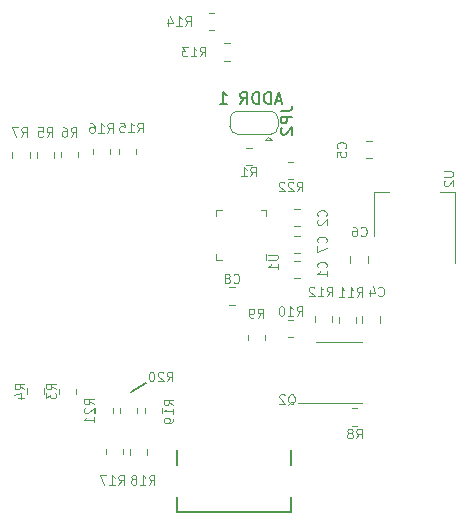
<source format=gbr>
%TF.GenerationSoftware,KiCad,Pcbnew,7.0.7-7.0.7~ubuntu23.04.1*%
%TF.CreationDate,2023-09-24T09:00:55+00:00*%
%TF.ProjectId,USBPDSINK01,55534250-4453-4494-9e4b-30312e6b6963,rev?*%
%TF.SameCoordinates,Original*%
%TF.FileFunction,Legend,Bot*%
%TF.FilePolarity,Positive*%
%FSLAX46Y46*%
G04 Gerber Fmt 4.6, Leading zero omitted, Abs format (unit mm)*
G04 Created by KiCad (PCBNEW 7.0.7-7.0.7~ubuntu23.04.1) date 2023-09-24 09:00:55*
%MOMM*%
%LPD*%
G01*
G04 APERTURE LIST*
%ADD10C,0.150000*%
%ADD11C,0.100000*%
%ADD12C,0.120000*%
%ADD13C,0.200000*%
G04 APERTURE END LIST*
D10*
X16650000Y15750000D02*
X17950000Y16500000D01*
X29410839Y40395896D02*
X28934649Y40395896D01*
X29506077Y40110181D02*
X29172744Y41110181D01*
X29172744Y41110181D02*
X28839411Y40110181D01*
X28506077Y40110181D02*
X28506077Y41110181D01*
X28506077Y41110181D02*
X28267982Y41110181D01*
X28267982Y41110181D02*
X28125125Y41062562D01*
X28125125Y41062562D02*
X28029887Y40967324D01*
X28029887Y40967324D02*
X27982268Y40872086D01*
X27982268Y40872086D02*
X27934649Y40681610D01*
X27934649Y40681610D02*
X27934649Y40538753D01*
X27934649Y40538753D02*
X27982268Y40348277D01*
X27982268Y40348277D02*
X28029887Y40253039D01*
X28029887Y40253039D02*
X28125125Y40157800D01*
X28125125Y40157800D02*
X28267982Y40110181D01*
X28267982Y40110181D02*
X28506077Y40110181D01*
X27506077Y40110181D02*
X27506077Y41110181D01*
X27506077Y41110181D02*
X27267982Y41110181D01*
X27267982Y41110181D02*
X27125125Y41062562D01*
X27125125Y41062562D02*
X27029887Y40967324D01*
X27029887Y40967324D02*
X26982268Y40872086D01*
X26982268Y40872086D02*
X26934649Y40681610D01*
X26934649Y40681610D02*
X26934649Y40538753D01*
X26934649Y40538753D02*
X26982268Y40348277D01*
X26982268Y40348277D02*
X27029887Y40253039D01*
X27029887Y40253039D02*
X27125125Y40157800D01*
X27125125Y40157800D02*
X27267982Y40110181D01*
X27267982Y40110181D02*
X27506077Y40110181D01*
X25934649Y40110181D02*
X26267982Y40586372D01*
X26506077Y40110181D02*
X26506077Y41110181D01*
X26506077Y41110181D02*
X26125125Y41110181D01*
X26125125Y41110181D02*
X26029887Y41062562D01*
X26029887Y41062562D02*
X25982268Y41014943D01*
X25982268Y41014943D02*
X25934649Y40919705D01*
X25934649Y40919705D02*
X25934649Y40776848D01*
X25934649Y40776848D02*
X25982268Y40681610D01*
X25982268Y40681610D02*
X26029887Y40633991D01*
X26029887Y40633991D02*
X26125125Y40586372D01*
X26125125Y40586372D02*
X26506077Y40586372D01*
X24220363Y40110181D02*
X24791791Y40110181D01*
X24506077Y40110181D02*
X24506077Y41110181D01*
X24506077Y41110181D02*
X24601315Y40967324D01*
X24601315Y40967324D02*
X24696553Y40872086D01*
X24696553Y40872086D02*
X24791791Y40824467D01*
D11*
X30714285Y22185105D02*
X30980952Y22566058D01*
X31171428Y22185105D02*
X31171428Y22985105D01*
X31171428Y22985105D02*
X30866666Y22985105D01*
X30866666Y22985105D02*
X30790476Y22947010D01*
X30790476Y22947010D02*
X30752381Y22908915D01*
X30752381Y22908915D02*
X30714285Y22832724D01*
X30714285Y22832724D02*
X30714285Y22718439D01*
X30714285Y22718439D02*
X30752381Y22642248D01*
X30752381Y22642248D02*
X30790476Y22604153D01*
X30790476Y22604153D02*
X30866666Y22566058D01*
X30866666Y22566058D02*
X31171428Y22566058D01*
X29952381Y22185105D02*
X30409524Y22185105D01*
X30180952Y22185105D02*
X30180952Y22985105D01*
X30180952Y22985105D02*
X30257143Y22870820D01*
X30257143Y22870820D02*
X30333333Y22794629D01*
X30333333Y22794629D02*
X30409524Y22756534D01*
X29457142Y22985105D02*
X29380952Y22985105D01*
X29380952Y22985105D02*
X29304761Y22947010D01*
X29304761Y22947010D02*
X29266666Y22908915D01*
X29266666Y22908915D02*
X29228571Y22832724D01*
X29228571Y22832724D02*
X29190476Y22680343D01*
X29190476Y22680343D02*
X29190476Y22489867D01*
X29190476Y22489867D02*
X29228571Y22337486D01*
X29228571Y22337486D02*
X29266666Y22261296D01*
X29266666Y22261296D02*
X29304761Y22223200D01*
X29304761Y22223200D02*
X29380952Y22185105D01*
X29380952Y22185105D02*
X29457142Y22185105D01*
X29457142Y22185105D02*
X29533333Y22223200D01*
X29533333Y22223200D02*
X29571428Y22261296D01*
X29571428Y22261296D02*
X29609523Y22337486D01*
X29609523Y22337486D02*
X29647619Y22489867D01*
X29647619Y22489867D02*
X29647619Y22680343D01*
X29647619Y22680343D02*
X29609523Y22832724D01*
X29609523Y22832724D02*
X29571428Y22908915D01*
X29571428Y22908915D02*
X29533333Y22947010D01*
X29533333Y22947010D02*
X29457142Y22985105D01*
X33264285Y23835105D02*
X33530952Y24216058D01*
X33721428Y23835105D02*
X33721428Y24635105D01*
X33721428Y24635105D02*
X33416666Y24635105D01*
X33416666Y24635105D02*
X33340476Y24597010D01*
X33340476Y24597010D02*
X33302381Y24558915D01*
X33302381Y24558915D02*
X33264285Y24482724D01*
X33264285Y24482724D02*
X33264285Y24368439D01*
X33264285Y24368439D02*
X33302381Y24292248D01*
X33302381Y24292248D02*
X33340476Y24254153D01*
X33340476Y24254153D02*
X33416666Y24216058D01*
X33416666Y24216058D02*
X33721428Y24216058D01*
X32502381Y23835105D02*
X32959524Y23835105D01*
X32730952Y23835105D02*
X32730952Y24635105D01*
X32730952Y24635105D02*
X32807143Y24520820D01*
X32807143Y24520820D02*
X32883333Y24444629D01*
X32883333Y24444629D02*
X32959524Y24406534D01*
X32197619Y24558915D02*
X32159523Y24597010D01*
X32159523Y24597010D02*
X32083333Y24635105D01*
X32083333Y24635105D02*
X31892857Y24635105D01*
X31892857Y24635105D02*
X31816666Y24597010D01*
X31816666Y24597010D02*
X31778571Y24558915D01*
X31778571Y24558915D02*
X31740476Y24482724D01*
X31740476Y24482724D02*
X31740476Y24406534D01*
X31740476Y24406534D02*
X31778571Y24292248D01*
X31778571Y24292248D02*
X32235714Y23835105D01*
X32235714Y23835105D02*
X31740476Y23835105D01*
X34838704Y36363333D02*
X34876800Y36401429D01*
X34876800Y36401429D02*
X34914895Y36515714D01*
X34914895Y36515714D02*
X34914895Y36591905D01*
X34914895Y36591905D02*
X34876800Y36706191D01*
X34876800Y36706191D02*
X34800609Y36782381D01*
X34800609Y36782381D02*
X34724419Y36820476D01*
X34724419Y36820476D02*
X34572038Y36858572D01*
X34572038Y36858572D02*
X34457752Y36858572D01*
X34457752Y36858572D02*
X34305371Y36820476D01*
X34305371Y36820476D02*
X34229180Y36782381D01*
X34229180Y36782381D02*
X34152990Y36706191D01*
X34152990Y36706191D02*
X34114895Y36591905D01*
X34114895Y36591905D02*
X34114895Y36515714D01*
X34114895Y36515714D02*
X34152990Y36401429D01*
X34152990Y36401429D02*
X34191085Y36363333D01*
X34114895Y35639524D02*
X34114895Y36020476D01*
X34114895Y36020476D02*
X34495847Y36058572D01*
X34495847Y36058572D02*
X34457752Y36020476D01*
X34457752Y36020476D02*
X34419657Y35944286D01*
X34419657Y35944286D02*
X34419657Y35753810D01*
X34419657Y35753810D02*
X34457752Y35677619D01*
X34457752Y35677619D02*
X34495847Y35639524D01*
X34495847Y35639524D02*
X34572038Y35601429D01*
X34572038Y35601429D02*
X34762514Y35601429D01*
X34762514Y35601429D02*
X34838704Y35639524D01*
X34838704Y35639524D02*
X34876800Y35677619D01*
X34876800Y35677619D02*
X34914895Y35753810D01*
X34914895Y35753810D02*
X34914895Y35944286D01*
X34914895Y35944286D02*
X34876800Y36020476D01*
X34876800Y36020476D02*
X34838704Y36058572D01*
X35745832Y11785105D02*
X36012499Y12166058D01*
X36202975Y11785105D02*
X36202975Y12585105D01*
X36202975Y12585105D02*
X35898213Y12585105D01*
X35898213Y12585105D02*
X35822023Y12547010D01*
X35822023Y12547010D02*
X35783928Y12508915D01*
X35783928Y12508915D02*
X35745832Y12432724D01*
X35745832Y12432724D02*
X35745832Y12318439D01*
X35745832Y12318439D02*
X35783928Y12242248D01*
X35783928Y12242248D02*
X35822023Y12204153D01*
X35822023Y12204153D02*
X35898213Y12166058D01*
X35898213Y12166058D02*
X36202975Y12166058D01*
X35288690Y12242248D02*
X35364880Y12280343D01*
X35364880Y12280343D02*
X35402975Y12318439D01*
X35402975Y12318439D02*
X35441071Y12394629D01*
X35441071Y12394629D02*
X35441071Y12432724D01*
X35441071Y12432724D02*
X35402975Y12508915D01*
X35402975Y12508915D02*
X35364880Y12547010D01*
X35364880Y12547010D02*
X35288690Y12585105D01*
X35288690Y12585105D02*
X35136309Y12585105D01*
X35136309Y12585105D02*
X35060118Y12547010D01*
X35060118Y12547010D02*
X35022023Y12508915D01*
X35022023Y12508915D02*
X34983928Y12432724D01*
X34983928Y12432724D02*
X34983928Y12394629D01*
X34983928Y12394629D02*
X35022023Y12318439D01*
X35022023Y12318439D02*
X35060118Y12280343D01*
X35060118Y12280343D02*
X35136309Y12242248D01*
X35136309Y12242248D02*
X35288690Y12242248D01*
X35288690Y12242248D02*
X35364880Y12204153D01*
X35364880Y12204153D02*
X35402975Y12166058D01*
X35402975Y12166058D02*
X35441071Y12089867D01*
X35441071Y12089867D02*
X35441071Y11937486D01*
X35441071Y11937486D02*
X35402975Y11861296D01*
X35402975Y11861296D02*
X35364880Y11823200D01*
X35364880Y11823200D02*
X35288690Y11785105D01*
X35288690Y11785105D02*
X35136309Y11785105D01*
X35136309Y11785105D02*
X35060118Y11823200D01*
X35060118Y11823200D02*
X35022023Y11861296D01*
X35022023Y11861296D02*
X34983928Y11937486D01*
X34983928Y11937486D02*
X34983928Y12089867D01*
X34983928Y12089867D02*
X35022023Y12166058D01*
X35022023Y12166058D02*
X35060118Y12204153D01*
X35060118Y12204153D02*
X35136309Y12242248D01*
X30726785Y32715105D02*
X30993452Y33096058D01*
X31183928Y32715105D02*
X31183928Y33515105D01*
X31183928Y33515105D02*
X30879166Y33515105D01*
X30879166Y33515105D02*
X30802976Y33477010D01*
X30802976Y33477010D02*
X30764881Y33438915D01*
X30764881Y33438915D02*
X30726785Y33362724D01*
X30726785Y33362724D02*
X30726785Y33248439D01*
X30726785Y33248439D02*
X30764881Y33172248D01*
X30764881Y33172248D02*
X30802976Y33134153D01*
X30802976Y33134153D02*
X30879166Y33096058D01*
X30879166Y33096058D02*
X31183928Y33096058D01*
X30422024Y33438915D02*
X30383928Y33477010D01*
X30383928Y33477010D02*
X30307738Y33515105D01*
X30307738Y33515105D02*
X30117262Y33515105D01*
X30117262Y33515105D02*
X30041071Y33477010D01*
X30041071Y33477010D02*
X30002976Y33438915D01*
X30002976Y33438915D02*
X29964881Y33362724D01*
X29964881Y33362724D02*
X29964881Y33286534D01*
X29964881Y33286534D02*
X30002976Y33172248D01*
X30002976Y33172248D02*
X30460119Y32715105D01*
X30460119Y32715105D02*
X29964881Y32715105D01*
X29660119Y33438915D02*
X29622023Y33477010D01*
X29622023Y33477010D02*
X29545833Y33515105D01*
X29545833Y33515105D02*
X29355357Y33515105D01*
X29355357Y33515105D02*
X29279166Y33477010D01*
X29279166Y33477010D02*
X29241071Y33438915D01*
X29241071Y33438915D02*
X29202976Y33362724D01*
X29202976Y33362724D02*
X29202976Y33286534D01*
X29202976Y33286534D02*
X29241071Y33172248D01*
X29241071Y33172248D02*
X29698214Y32715105D01*
X29698214Y32715105D02*
X29202976Y32715105D01*
X36133332Y28971296D02*
X36171428Y28933200D01*
X36171428Y28933200D02*
X36285713Y28895105D01*
X36285713Y28895105D02*
X36361904Y28895105D01*
X36361904Y28895105D02*
X36476190Y28933200D01*
X36476190Y28933200D02*
X36552380Y29009391D01*
X36552380Y29009391D02*
X36590475Y29085581D01*
X36590475Y29085581D02*
X36628571Y29237962D01*
X36628571Y29237962D02*
X36628571Y29352248D01*
X36628571Y29352248D02*
X36590475Y29504629D01*
X36590475Y29504629D02*
X36552380Y29580820D01*
X36552380Y29580820D02*
X36476190Y29657010D01*
X36476190Y29657010D02*
X36361904Y29695105D01*
X36361904Y29695105D02*
X36285713Y29695105D01*
X36285713Y29695105D02*
X36171428Y29657010D01*
X36171428Y29657010D02*
X36133332Y29618915D01*
X35447618Y29695105D02*
X35599999Y29695105D01*
X35599999Y29695105D02*
X35676190Y29657010D01*
X35676190Y29657010D02*
X35714285Y29618915D01*
X35714285Y29618915D02*
X35790475Y29504629D01*
X35790475Y29504629D02*
X35828571Y29352248D01*
X35828571Y29352248D02*
X35828571Y29047486D01*
X35828571Y29047486D02*
X35790475Y28971296D01*
X35790475Y28971296D02*
X35752380Y28933200D01*
X35752380Y28933200D02*
X35676190Y28895105D01*
X35676190Y28895105D02*
X35523809Y28895105D01*
X35523809Y28895105D02*
X35447618Y28933200D01*
X35447618Y28933200D02*
X35409523Y28971296D01*
X35409523Y28971296D02*
X35371428Y29047486D01*
X35371428Y29047486D02*
X35371428Y29237962D01*
X35371428Y29237962D02*
X35409523Y29314153D01*
X35409523Y29314153D02*
X35447618Y29352248D01*
X35447618Y29352248D02*
X35523809Y29390343D01*
X35523809Y29390343D02*
X35676190Y29390343D01*
X35676190Y29390343D02*
X35752380Y29352248D01*
X35752380Y29352248D02*
X35790475Y29314153D01*
X35790475Y29314153D02*
X35828571Y29237962D01*
X29976190Y14638915D02*
X30052380Y14677010D01*
X30052380Y14677010D02*
X30128571Y14753200D01*
X30128571Y14753200D02*
X30242857Y14867486D01*
X30242857Y14867486D02*
X30319047Y14905581D01*
X30319047Y14905581D02*
X30395238Y14905581D01*
X30357142Y14715105D02*
X30433333Y14753200D01*
X30433333Y14753200D02*
X30509523Y14829391D01*
X30509523Y14829391D02*
X30547619Y14981772D01*
X30547619Y14981772D02*
X30547619Y15248439D01*
X30547619Y15248439D02*
X30509523Y15400820D01*
X30509523Y15400820D02*
X30433333Y15477010D01*
X30433333Y15477010D02*
X30357142Y15515105D01*
X30357142Y15515105D02*
X30204761Y15515105D01*
X30204761Y15515105D02*
X30128571Y15477010D01*
X30128571Y15477010D02*
X30052380Y15400820D01*
X30052380Y15400820D02*
X30014285Y15248439D01*
X30014285Y15248439D02*
X30014285Y14981772D01*
X30014285Y14981772D02*
X30052380Y14829391D01*
X30052380Y14829391D02*
X30128571Y14753200D01*
X30128571Y14753200D02*
X30204761Y14715105D01*
X30204761Y14715105D02*
X30357142Y14715105D01*
X29709524Y15438915D02*
X29671428Y15477010D01*
X29671428Y15477010D02*
X29595238Y15515105D01*
X29595238Y15515105D02*
X29404762Y15515105D01*
X29404762Y15515105D02*
X29328571Y15477010D01*
X29328571Y15477010D02*
X29290476Y15438915D01*
X29290476Y15438915D02*
X29252381Y15362724D01*
X29252381Y15362724D02*
X29252381Y15286534D01*
X29252381Y15286534D02*
X29290476Y15172248D01*
X29290476Y15172248D02*
X29747619Y14715105D01*
X29747619Y14715105D02*
X29252381Y14715105D01*
X33188704Y30613333D02*
X33226800Y30651429D01*
X33226800Y30651429D02*
X33264895Y30765714D01*
X33264895Y30765714D02*
X33264895Y30841905D01*
X33264895Y30841905D02*
X33226800Y30956191D01*
X33226800Y30956191D02*
X33150609Y31032381D01*
X33150609Y31032381D02*
X33074419Y31070476D01*
X33074419Y31070476D02*
X32922038Y31108572D01*
X32922038Y31108572D02*
X32807752Y31108572D01*
X32807752Y31108572D02*
X32655371Y31070476D01*
X32655371Y31070476D02*
X32579180Y31032381D01*
X32579180Y31032381D02*
X32502990Y30956191D01*
X32502990Y30956191D02*
X32464895Y30841905D01*
X32464895Y30841905D02*
X32464895Y30765714D01*
X32464895Y30765714D02*
X32502990Y30651429D01*
X32502990Y30651429D02*
X32541085Y30613333D01*
X32541085Y30308572D02*
X32502990Y30270476D01*
X32502990Y30270476D02*
X32464895Y30194286D01*
X32464895Y30194286D02*
X32464895Y30003810D01*
X32464895Y30003810D02*
X32502990Y29927619D01*
X32502990Y29927619D02*
X32541085Y29889524D01*
X32541085Y29889524D02*
X32617276Y29851429D01*
X32617276Y29851429D02*
X32693466Y29851429D01*
X32693466Y29851429D02*
X32807752Y29889524D01*
X32807752Y29889524D02*
X33264895Y30346667D01*
X33264895Y30346667D02*
X33264895Y29851429D01*
X43164895Y34389524D02*
X43812514Y34389524D01*
X43812514Y34389524D02*
X43888704Y34351429D01*
X43888704Y34351429D02*
X43926800Y34313334D01*
X43926800Y34313334D02*
X43964895Y34237143D01*
X43964895Y34237143D02*
X43964895Y34084762D01*
X43964895Y34084762D02*
X43926800Y34008572D01*
X43926800Y34008572D02*
X43888704Y33970477D01*
X43888704Y33970477D02*
X43812514Y33932381D01*
X43812514Y33932381D02*
X43164895Y33932381D01*
X43241085Y33589525D02*
X43202990Y33551429D01*
X43202990Y33551429D02*
X43164895Y33475239D01*
X43164895Y33475239D02*
X43164895Y33284763D01*
X43164895Y33284763D02*
X43202990Y33208572D01*
X43202990Y33208572D02*
X43241085Y33170477D01*
X43241085Y33170477D02*
X43317276Y33132382D01*
X43317276Y33132382D02*
X43393466Y33132382D01*
X43393466Y33132382D02*
X43507752Y33170477D01*
X43507752Y33170477D02*
X43964895Y33627620D01*
X43964895Y33627620D02*
X43964895Y33132382D01*
X25363332Y24991296D02*
X25401428Y24953200D01*
X25401428Y24953200D02*
X25515713Y24915105D01*
X25515713Y24915105D02*
X25591904Y24915105D01*
X25591904Y24915105D02*
X25706190Y24953200D01*
X25706190Y24953200D02*
X25782380Y25029391D01*
X25782380Y25029391D02*
X25820475Y25105581D01*
X25820475Y25105581D02*
X25858571Y25257962D01*
X25858571Y25257962D02*
X25858571Y25372248D01*
X25858571Y25372248D02*
X25820475Y25524629D01*
X25820475Y25524629D02*
X25782380Y25600820D01*
X25782380Y25600820D02*
X25706190Y25677010D01*
X25706190Y25677010D02*
X25591904Y25715105D01*
X25591904Y25715105D02*
X25515713Y25715105D01*
X25515713Y25715105D02*
X25401428Y25677010D01*
X25401428Y25677010D02*
X25363332Y25638915D01*
X24906190Y25372248D02*
X24982380Y25410343D01*
X24982380Y25410343D02*
X25020475Y25448439D01*
X25020475Y25448439D02*
X25058571Y25524629D01*
X25058571Y25524629D02*
X25058571Y25562724D01*
X25058571Y25562724D02*
X25020475Y25638915D01*
X25020475Y25638915D02*
X24982380Y25677010D01*
X24982380Y25677010D02*
X24906190Y25715105D01*
X24906190Y25715105D02*
X24753809Y25715105D01*
X24753809Y25715105D02*
X24677618Y25677010D01*
X24677618Y25677010D02*
X24639523Y25638915D01*
X24639523Y25638915D02*
X24601428Y25562724D01*
X24601428Y25562724D02*
X24601428Y25524629D01*
X24601428Y25524629D02*
X24639523Y25448439D01*
X24639523Y25448439D02*
X24677618Y25410343D01*
X24677618Y25410343D02*
X24753809Y25372248D01*
X24753809Y25372248D02*
X24906190Y25372248D01*
X24906190Y25372248D02*
X24982380Y25334153D01*
X24982380Y25334153D02*
X25020475Y25296058D01*
X25020475Y25296058D02*
X25058571Y25219867D01*
X25058571Y25219867D02*
X25058571Y25067486D01*
X25058571Y25067486D02*
X25020475Y24991296D01*
X25020475Y24991296D02*
X24982380Y24953200D01*
X24982380Y24953200D02*
X24906190Y24915105D01*
X24906190Y24915105D02*
X24753809Y24915105D01*
X24753809Y24915105D02*
X24677618Y24953200D01*
X24677618Y24953200D02*
X24639523Y24991296D01*
X24639523Y24991296D02*
X24601428Y25067486D01*
X24601428Y25067486D02*
X24601428Y25219867D01*
X24601428Y25219867D02*
X24639523Y25296058D01*
X24639523Y25296058D02*
X24677618Y25334153D01*
X24677618Y25334153D02*
X24753809Y25372248D01*
X14664285Y37685105D02*
X14930952Y38066058D01*
X15121428Y37685105D02*
X15121428Y38485105D01*
X15121428Y38485105D02*
X14816666Y38485105D01*
X14816666Y38485105D02*
X14740476Y38447010D01*
X14740476Y38447010D02*
X14702381Y38408915D01*
X14702381Y38408915D02*
X14664285Y38332724D01*
X14664285Y38332724D02*
X14664285Y38218439D01*
X14664285Y38218439D02*
X14702381Y38142248D01*
X14702381Y38142248D02*
X14740476Y38104153D01*
X14740476Y38104153D02*
X14816666Y38066058D01*
X14816666Y38066058D02*
X15121428Y38066058D01*
X13902381Y37685105D02*
X14359524Y37685105D01*
X14130952Y37685105D02*
X14130952Y38485105D01*
X14130952Y38485105D02*
X14207143Y38370820D01*
X14207143Y38370820D02*
X14283333Y38294629D01*
X14283333Y38294629D02*
X14359524Y38256534D01*
X13216666Y38485105D02*
X13369047Y38485105D01*
X13369047Y38485105D02*
X13445238Y38447010D01*
X13445238Y38447010D02*
X13483333Y38408915D01*
X13483333Y38408915D02*
X13559523Y38294629D01*
X13559523Y38294629D02*
X13597619Y38142248D01*
X13597619Y38142248D02*
X13597619Y37837486D01*
X13597619Y37837486D02*
X13559523Y37761296D01*
X13559523Y37761296D02*
X13521428Y37723200D01*
X13521428Y37723200D02*
X13445238Y37685105D01*
X13445238Y37685105D02*
X13292857Y37685105D01*
X13292857Y37685105D02*
X13216666Y37723200D01*
X13216666Y37723200D02*
X13178571Y37761296D01*
X13178571Y37761296D02*
X13140476Y37837486D01*
X13140476Y37837486D02*
X13140476Y38027962D01*
X13140476Y38027962D02*
X13178571Y38104153D01*
X13178571Y38104153D02*
X13216666Y38142248D01*
X13216666Y38142248D02*
X13292857Y38180343D01*
X13292857Y38180343D02*
X13445238Y38180343D01*
X13445238Y38180343D02*
X13521428Y38142248D01*
X13521428Y38142248D02*
X13559523Y38104153D01*
X13559523Y38104153D02*
X13597619Y38027962D01*
X27433332Y21985105D02*
X27699999Y22366058D01*
X27890475Y21985105D02*
X27890475Y22785105D01*
X27890475Y22785105D02*
X27585713Y22785105D01*
X27585713Y22785105D02*
X27509523Y22747010D01*
X27509523Y22747010D02*
X27471428Y22708915D01*
X27471428Y22708915D02*
X27433332Y22632724D01*
X27433332Y22632724D02*
X27433332Y22518439D01*
X27433332Y22518439D02*
X27471428Y22442248D01*
X27471428Y22442248D02*
X27509523Y22404153D01*
X27509523Y22404153D02*
X27585713Y22366058D01*
X27585713Y22366058D02*
X27890475Y22366058D01*
X27052380Y21985105D02*
X26899999Y21985105D01*
X26899999Y21985105D02*
X26823809Y22023200D01*
X26823809Y22023200D02*
X26785713Y22061296D01*
X26785713Y22061296D02*
X26709523Y22175581D01*
X26709523Y22175581D02*
X26671428Y22327962D01*
X26671428Y22327962D02*
X26671428Y22632724D01*
X26671428Y22632724D02*
X26709523Y22708915D01*
X26709523Y22708915D02*
X26747618Y22747010D01*
X26747618Y22747010D02*
X26823809Y22785105D01*
X26823809Y22785105D02*
X26976190Y22785105D01*
X26976190Y22785105D02*
X27052380Y22747010D01*
X27052380Y22747010D02*
X27090475Y22708915D01*
X27090475Y22708915D02*
X27128571Y22632724D01*
X27128571Y22632724D02*
X27128571Y22442248D01*
X27128571Y22442248D02*
X27090475Y22366058D01*
X27090475Y22366058D02*
X27052380Y22327962D01*
X27052380Y22327962D02*
X26976190Y22289867D01*
X26976190Y22289867D02*
X26823809Y22289867D01*
X26823809Y22289867D02*
X26747618Y22327962D01*
X26747618Y22327962D02*
X26709523Y22366058D01*
X26709523Y22366058D02*
X26671428Y22442248D01*
X11583332Y37335105D02*
X11849999Y37716058D01*
X12040475Y37335105D02*
X12040475Y38135105D01*
X12040475Y38135105D02*
X11735713Y38135105D01*
X11735713Y38135105D02*
X11659523Y38097010D01*
X11659523Y38097010D02*
X11621428Y38058915D01*
X11621428Y38058915D02*
X11583332Y37982724D01*
X11583332Y37982724D02*
X11583332Y37868439D01*
X11583332Y37868439D02*
X11621428Y37792248D01*
X11621428Y37792248D02*
X11659523Y37754153D01*
X11659523Y37754153D02*
X11735713Y37716058D01*
X11735713Y37716058D02*
X12040475Y37716058D01*
X10897618Y38135105D02*
X11049999Y38135105D01*
X11049999Y38135105D02*
X11126190Y38097010D01*
X11126190Y38097010D02*
X11164285Y38058915D01*
X11164285Y38058915D02*
X11240475Y37944629D01*
X11240475Y37944629D02*
X11278571Y37792248D01*
X11278571Y37792248D02*
X11278571Y37487486D01*
X11278571Y37487486D02*
X11240475Y37411296D01*
X11240475Y37411296D02*
X11202380Y37373200D01*
X11202380Y37373200D02*
X11126190Y37335105D01*
X11126190Y37335105D02*
X10973809Y37335105D01*
X10973809Y37335105D02*
X10897618Y37373200D01*
X10897618Y37373200D02*
X10859523Y37411296D01*
X10859523Y37411296D02*
X10821428Y37487486D01*
X10821428Y37487486D02*
X10821428Y37677962D01*
X10821428Y37677962D02*
X10859523Y37754153D01*
X10859523Y37754153D02*
X10897618Y37792248D01*
X10897618Y37792248D02*
X10973809Y37830343D01*
X10973809Y37830343D02*
X11126190Y37830343D01*
X11126190Y37830343D02*
X11202380Y37792248D01*
X11202380Y37792248D02*
X11240475Y37754153D01*
X11240475Y37754153D02*
X11278571Y37677962D01*
X33188704Y26263333D02*
X33226800Y26301429D01*
X33226800Y26301429D02*
X33264895Y26415714D01*
X33264895Y26415714D02*
X33264895Y26491905D01*
X33264895Y26491905D02*
X33226800Y26606191D01*
X33226800Y26606191D02*
X33150609Y26682381D01*
X33150609Y26682381D02*
X33074419Y26720476D01*
X33074419Y26720476D02*
X32922038Y26758572D01*
X32922038Y26758572D02*
X32807752Y26758572D01*
X32807752Y26758572D02*
X32655371Y26720476D01*
X32655371Y26720476D02*
X32579180Y26682381D01*
X32579180Y26682381D02*
X32502990Y26606191D01*
X32502990Y26606191D02*
X32464895Y26491905D01*
X32464895Y26491905D02*
X32464895Y26415714D01*
X32464895Y26415714D02*
X32502990Y26301429D01*
X32502990Y26301429D02*
X32541085Y26263333D01*
X33264895Y25501429D02*
X33264895Y25958572D01*
X33264895Y25730000D02*
X32464895Y25730000D01*
X32464895Y25730000D02*
X32579180Y25806191D01*
X32579180Y25806191D02*
X32655371Y25882381D01*
X32655371Y25882381D02*
X32693466Y25958572D01*
X19714285Y16635105D02*
X19980952Y17016058D01*
X20171428Y16635105D02*
X20171428Y17435105D01*
X20171428Y17435105D02*
X19866666Y17435105D01*
X19866666Y17435105D02*
X19790476Y17397010D01*
X19790476Y17397010D02*
X19752381Y17358915D01*
X19752381Y17358915D02*
X19714285Y17282724D01*
X19714285Y17282724D02*
X19714285Y17168439D01*
X19714285Y17168439D02*
X19752381Y17092248D01*
X19752381Y17092248D02*
X19790476Y17054153D01*
X19790476Y17054153D02*
X19866666Y17016058D01*
X19866666Y17016058D02*
X20171428Y17016058D01*
X19409524Y17358915D02*
X19371428Y17397010D01*
X19371428Y17397010D02*
X19295238Y17435105D01*
X19295238Y17435105D02*
X19104762Y17435105D01*
X19104762Y17435105D02*
X19028571Y17397010D01*
X19028571Y17397010D02*
X18990476Y17358915D01*
X18990476Y17358915D02*
X18952381Y17282724D01*
X18952381Y17282724D02*
X18952381Y17206534D01*
X18952381Y17206534D02*
X18990476Y17092248D01*
X18990476Y17092248D02*
X19447619Y16635105D01*
X19447619Y16635105D02*
X18952381Y16635105D01*
X18457142Y17435105D02*
X18380952Y17435105D01*
X18380952Y17435105D02*
X18304761Y17397010D01*
X18304761Y17397010D02*
X18266666Y17358915D01*
X18266666Y17358915D02*
X18228571Y17282724D01*
X18228571Y17282724D02*
X18190476Y17130343D01*
X18190476Y17130343D02*
X18190476Y16939867D01*
X18190476Y16939867D02*
X18228571Y16787486D01*
X18228571Y16787486D02*
X18266666Y16711296D01*
X18266666Y16711296D02*
X18304761Y16673200D01*
X18304761Y16673200D02*
X18380952Y16635105D01*
X18380952Y16635105D02*
X18457142Y16635105D01*
X18457142Y16635105D02*
X18533333Y16673200D01*
X18533333Y16673200D02*
X18571428Y16711296D01*
X18571428Y16711296D02*
X18609523Y16787486D01*
X18609523Y16787486D02*
X18647619Y16939867D01*
X18647619Y16939867D02*
X18647619Y17130343D01*
X18647619Y17130343D02*
X18609523Y17282724D01*
X18609523Y17282724D02*
X18571428Y17358915D01*
X18571428Y17358915D02*
X18533333Y17397010D01*
X18533333Y17397010D02*
X18457142Y17435105D01*
X18214285Y7885105D02*
X18480952Y8266058D01*
X18671428Y7885105D02*
X18671428Y8685105D01*
X18671428Y8685105D02*
X18366666Y8685105D01*
X18366666Y8685105D02*
X18290476Y8647010D01*
X18290476Y8647010D02*
X18252381Y8608915D01*
X18252381Y8608915D02*
X18214285Y8532724D01*
X18214285Y8532724D02*
X18214285Y8418439D01*
X18214285Y8418439D02*
X18252381Y8342248D01*
X18252381Y8342248D02*
X18290476Y8304153D01*
X18290476Y8304153D02*
X18366666Y8266058D01*
X18366666Y8266058D02*
X18671428Y8266058D01*
X17452381Y7885105D02*
X17909524Y7885105D01*
X17680952Y7885105D02*
X17680952Y8685105D01*
X17680952Y8685105D02*
X17757143Y8570820D01*
X17757143Y8570820D02*
X17833333Y8494629D01*
X17833333Y8494629D02*
X17909524Y8456534D01*
X16995238Y8342248D02*
X17071428Y8380343D01*
X17071428Y8380343D02*
X17109523Y8418439D01*
X17109523Y8418439D02*
X17147619Y8494629D01*
X17147619Y8494629D02*
X17147619Y8532724D01*
X17147619Y8532724D02*
X17109523Y8608915D01*
X17109523Y8608915D02*
X17071428Y8647010D01*
X17071428Y8647010D02*
X16995238Y8685105D01*
X16995238Y8685105D02*
X16842857Y8685105D01*
X16842857Y8685105D02*
X16766666Y8647010D01*
X16766666Y8647010D02*
X16728571Y8608915D01*
X16728571Y8608915D02*
X16690476Y8532724D01*
X16690476Y8532724D02*
X16690476Y8494629D01*
X16690476Y8494629D02*
X16728571Y8418439D01*
X16728571Y8418439D02*
X16766666Y8380343D01*
X16766666Y8380343D02*
X16842857Y8342248D01*
X16842857Y8342248D02*
X16995238Y8342248D01*
X16995238Y8342248D02*
X17071428Y8304153D01*
X17071428Y8304153D02*
X17109523Y8266058D01*
X17109523Y8266058D02*
X17147619Y8189867D01*
X17147619Y8189867D02*
X17147619Y8037486D01*
X17147619Y8037486D02*
X17109523Y7961296D01*
X17109523Y7961296D02*
X17071428Y7923200D01*
X17071428Y7923200D02*
X16995238Y7885105D01*
X16995238Y7885105D02*
X16842857Y7885105D01*
X16842857Y7885105D02*
X16766666Y7923200D01*
X16766666Y7923200D02*
X16728571Y7961296D01*
X16728571Y7961296D02*
X16690476Y8037486D01*
X16690476Y8037486D02*
X16690476Y8189867D01*
X16690476Y8189867D02*
X16728571Y8266058D01*
X16728571Y8266058D02*
X16766666Y8304153D01*
X16766666Y8304153D02*
X16842857Y8342248D01*
X22514285Y44135105D02*
X22780952Y44516058D01*
X22971428Y44135105D02*
X22971428Y44935105D01*
X22971428Y44935105D02*
X22666666Y44935105D01*
X22666666Y44935105D02*
X22590476Y44897010D01*
X22590476Y44897010D02*
X22552381Y44858915D01*
X22552381Y44858915D02*
X22514285Y44782724D01*
X22514285Y44782724D02*
X22514285Y44668439D01*
X22514285Y44668439D02*
X22552381Y44592248D01*
X22552381Y44592248D02*
X22590476Y44554153D01*
X22590476Y44554153D02*
X22666666Y44516058D01*
X22666666Y44516058D02*
X22971428Y44516058D01*
X21752381Y44135105D02*
X22209524Y44135105D01*
X21980952Y44135105D02*
X21980952Y44935105D01*
X21980952Y44935105D02*
X22057143Y44820820D01*
X22057143Y44820820D02*
X22133333Y44744629D01*
X22133333Y44744629D02*
X22209524Y44706534D01*
X21485714Y44935105D02*
X20990476Y44935105D01*
X20990476Y44935105D02*
X21257142Y44630343D01*
X21257142Y44630343D02*
X21142857Y44630343D01*
X21142857Y44630343D02*
X21066666Y44592248D01*
X21066666Y44592248D02*
X21028571Y44554153D01*
X21028571Y44554153D02*
X20990476Y44477962D01*
X20990476Y44477962D02*
X20990476Y44287486D01*
X20990476Y44287486D02*
X21028571Y44211296D01*
X21028571Y44211296D02*
X21066666Y44173200D01*
X21066666Y44173200D02*
X21142857Y44135105D01*
X21142857Y44135105D02*
X21371428Y44135105D01*
X21371428Y44135105D02*
X21447619Y44173200D01*
X21447619Y44173200D02*
X21485714Y44211296D01*
X10324895Y15933333D02*
X9943942Y16200000D01*
X10324895Y16390476D02*
X9524895Y16390476D01*
X9524895Y16390476D02*
X9524895Y16085714D01*
X9524895Y16085714D02*
X9562990Y16009524D01*
X9562990Y16009524D02*
X9601085Y15971429D01*
X9601085Y15971429D02*
X9677276Y15933333D01*
X9677276Y15933333D02*
X9791561Y15933333D01*
X9791561Y15933333D02*
X9867752Y15971429D01*
X9867752Y15971429D02*
X9905847Y16009524D01*
X9905847Y16009524D02*
X9943942Y16085714D01*
X9943942Y16085714D02*
X9943942Y16390476D01*
X9524895Y15666667D02*
X9524895Y15171429D01*
X9524895Y15171429D02*
X9829657Y15438095D01*
X9829657Y15438095D02*
X9829657Y15323810D01*
X9829657Y15323810D02*
X9867752Y15247619D01*
X9867752Y15247619D02*
X9905847Y15209524D01*
X9905847Y15209524D02*
X9982038Y15171429D01*
X9982038Y15171429D02*
X10172514Y15171429D01*
X10172514Y15171429D02*
X10248704Y15209524D01*
X10248704Y15209524D02*
X10286800Y15247619D01*
X10286800Y15247619D02*
X10324895Y15323810D01*
X10324895Y15323810D02*
X10324895Y15552381D01*
X10324895Y15552381D02*
X10286800Y15628572D01*
X10286800Y15628572D02*
X10248704Y15666667D01*
X28314895Y27359524D02*
X28962514Y27359524D01*
X28962514Y27359524D02*
X29038704Y27321429D01*
X29038704Y27321429D02*
X29076800Y27283334D01*
X29076800Y27283334D02*
X29114895Y27207143D01*
X29114895Y27207143D02*
X29114895Y27054762D01*
X29114895Y27054762D02*
X29076800Y26978572D01*
X29076800Y26978572D02*
X29038704Y26940477D01*
X29038704Y26940477D02*
X28962514Y26902381D01*
X28962514Y26902381D02*
X28314895Y26902381D01*
X29114895Y26102382D02*
X29114895Y26559525D01*
X29114895Y26330953D02*
X28314895Y26330953D01*
X28314895Y26330953D02*
X28429180Y26407144D01*
X28429180Y26407144D02*
X28505371Y26483334D01*
X28505371Y26483334D02*
X28543466Y26559525D01*
X15614285Y7885105D02*
X15880952Y8266058D01*
X16071428Y7885105D02*
X16071428Y8685105D01*
X16071428Y8685105D02*
X15766666Y8685105D01*
X15766666Y8685105D02*
X15690476Y8647010D01*
X15690476Y8647010D02*
X15652381Y8608915D01*
X15652381Y8608915D02*
X15614285Y8532724D01*
X15614285Y8532724D02*
X15614285Y8418439D01*
X15614285Y8418439D02*
X15652381Y8342248D01*
X15652381Y8342248D02*
X15690476Y8304153D01*
X15690476Y8304153D02*
X15766666Y8266058D01*
X15766666Y8266058D02*
X16071428Y8266058D01*
X14852381Y7885105D02*
X15309524Y7885105D01*
X15080952Y7885105D02*
X15080952Y8685105D01*
X15080952Y8685105D02*
X15157143Y8570820D01*
X15157143Y8570820D02*
X15233333Y8494629D01*
X15233333Y8494629D02*
X15309524Y8456534D01*
X14585714Y8685105D02*
X14052380Y8685105D01*
X14052380Y8685105D02*
X14395238Y7885105D01*
X17214285Y37715105D02*
X17480952Y38096058D01*
X17671428Y37715105D02*
X17671428Y38515105D01*
X17671428Y38515105D02*
X17366666Y38515105D01*
X17366666Y38515105D02*
X17290476Y38477010D01*
X17290476Y38477010D02*
X17252381Y38438915D01*
X17252381Y38438915D02*
X17214285Y38362724D01*
X17214285Y38362724D02*
X17214285Y38248439D01*
X17214285Y38248439D02*
X17252381Y38172248D01*
X17252381Y38172248D02*
X17290476Y38134153D01*
X17290476Y38134153D02*
X17366666Y38096058D01*
X17366666Y38096058D02*
X17671428Y38096058D01*
X16452381Y37715105D02*
X16909524Y37715105D01*
X16680952Y37715105D02*
X16680952Y38515105D01*
X16680952Y38515105D02*
X16757143Y38400820D01*
X16757143Y38400820D02*
X16833333Y38324629D01*
X16833333Y38324629D02*
X16909524Y38286534D01*
X15728571Y38515105D02*
X16109523Y38515105D01*
X16109523Y38515105D02*
X16147619Y38134153D01*
X16147619Y38134153D02*
X16109523Y38172248D01*
X16109523Y38172248D02*
X16033333Y38210343D01*
X16033333Y38210343D02*
X15842857Y38210343D01*
X15842857Y38210343D02*
X15766666Y38172248D01*
X15766666Y38172248D02*
X15728571Y38134153D01*
X15728571Y38134153D02*
X15690476Y38057962D01*
X15690476Y38057962D02*
X15690476Y37867486D01*
X15690476Y37867486D02*
X15728571Y37791296D01*
X15728571Y37791296D02*
X15766666Y37753200D01*
X15766666Y37753200D02*
X15842857Y37715105D01*
X15842857Y37715105D02*
X16033333Y37715105D01*
X16033333Y37715105D02*
X16109523Y37753200D01*
X16109523Y37753200D02*
X16147619Y37791296D01*
X7383332Y37335105D02*
X7649999Y37716058D01*
X7840475Y37335105D02*
X7840475Y38135105D01*
X7840475Y38135105D02*
X7535713Y38135105D01*
X7535713Y38135105D02*
X7459523Y38097010D01*
X7459523Y38097010D02*
X7421428Y38058915D01*
X7421428Y38058915D02*
X7383332Y37982724D01*
X7383332Y37982724D02*
X7383332Y37868439D01*
X7383332Y37868439D02*
X7421428Y37792248D01*
X7421428Y37792248D02*
X7459523Y37754153D01*
X7459523Y37754153D02*
X7535713Y37716058D01*
X7535713Y37716058D02*
X7840475Y37716058D01*
X7116666Y38135105D02*
X6583332Y38135105D01*
X6583332Y38135105D02*
X6926190Y37335105D01*
X9533332Y37335105D02*
X9799999Y37716058D01*
X9990475Y37335105D02*
X9990475Y38135105D01*
X9990475Y38135105D02*
X9685713Y38135105D01*
X9685713Y38135105D02*
X9609523Y38097010D01*
X9609523Y38097010D02*
X9571428Y38058915D01*
X9571428Y38058915D02*
X9533332Y37982724D01*
X9533332Y37982724D02*
X9533332Y37868439D01*
X9533332Y37868439D02*
X9571428Y37792248D01*
X9571428Y37792248D02*
X9609523Y37754153D01*
X9609523Y37754153D02*
X9685713Y37716058D01*
X9685713Y37716058D02*
X9990475Y37716058D01*
X8809523Y38135105D02*
X9190475Y38135105D01*
X9190475Y38135105D02*
X9228571Y37754153D01*
X9228571Y37754153D02*
X9190475Y37792248D01*
X9190475Y37792248D02*
X9114285Y37830343D01*
X9114285Y37830343D02*
X8923809Y37830343D01*
X8923809Y37830343D02*
X8847618Y37792248D01*
X8847618Y37792248D02*
X8809523Y37754153D01*
X8809523Y37754153D02*
X8771428Y37677962D01*
X8771428Y37677962D02*
X8771428Y37487486D01*
X8771428Y37487486D02*
X8809523Y37411296D01*
X8809523Y37411296D02*
X8847618Y37373200D01*
X8847618Y37373200D02*
X8923809Y37335105D01*
X8923809Y37335105D02*
X9114285Y37335105D01*
X9114285Y37335105D02*
X9190475Y37373200D01*
X9190475Y37373200D02*
X9228571Y37411296D01*
X33188704Y28383333D02*
X33226800Y28421429D01*
X33226800Y28421429D02*
X33264895Y28535714D01*
X33264895Y28535714D02*
X33264895Y28611905D01*
X33264895Y28611905D02*
X33226800Y28726191D01*
X33226800Y28726191D02*
X33150609Y28802381D01*
X33150609Y28802381D02*
X33074419Y28840476D01*
X33074419Y28840476D02*
X32922038Y28878572D01*
X32922038Y28878572D02*
X32807752Y28878572D01*
X32807752Y28878572D02*
X32655371Y28840476D01*
X32655371Y28840476D02*
X32579180Y28802381D01*
X32579180Y28802381D02*
X32502990Y28726191D01*
X32502990Y28726191D02*
X32464895Y28611905D01*
X32464895Y28611905D02*
X32464895Y28535714D01*
X32464895Y28535714D02*
X32502990Y28421429D01*
X32502990Y28421429D02*
X32541085Y28383333D01*
X32464895Y28116667D02*
X32464895Y27583333D01*
X32464895Y27583333D02*
X33264895Y27926191D01*
D10*
X29354819Y39513334D02*
X30069104Y39513334D01*
X30069104Y39513334D02*
X30211961Y39560953D01*
X30211961Y39560953D02*
X30307200Y39656191D01*
X30307200Y39656191D02*
X30354819Y39799048D01*
X30354819Y39799048D02*
X30354819Y39894286D01*
X30354819Y39037143D02*
X29354819Y39037143D01*
X29354819Y39037143D02*
X29354819Y38656191D01*
X29354819Y38656191D02*
X29402438Y38560953D01*
X29402438Y38560953D02*
X29450057Y38513334D01*
X29450057Y38513334D02*
X29545295Y38465715D01*
X29545295Y38465715D02*
X29688152Y38465715D01*
X29688152Y38465715D02*
X29783390Y38513334D01*
X29783390Y38513334D02*
X29831009Y38560953D01*
X29831009Y38560953D02*
X29878628Y38656191D01*
X29878628Y38656191D02*
X29878628Y39037143D01*
X29450057Y38084762D02*
X29402438Y38037143D01*
X29402438Y38037143D02*
X29354819Y37941905D01*
X29354819Y37941905D02*
X29354819Y37703810D01*
X29354819Y37703810D02*
X29402438Y37608572D01*
X29402438Y37608572D02*
X29450057Y37560953D01*
X29450057Y37560953D02*
X29545295Y37513334D01*
X29545295Y37513334D02*
X29640533Y37513334D01*
X29640533Y37513334D02*
X29783390Y37560953D01*
X29783390Y37560953D02*
X30354819Y38132381D01*
X30354819Y38132381D02*
X30354819Y37513334D01*
D11*
X13514895Y14664286D02*
X13133942Y14930953D01*
X13514895Y15121429D02*
X12714895Y15121429D01*
X12714895Y15121429D02*
X12714895Y14816667D01*
X12714895Y14816667D02*
X12752990Y14740477D01*
X12752990Y14740477D02*
X12791085Y14702382D01*
X12791085Y14702382D02*
X12867276Y14664286D01*
X12867276Y14664286D02*
X12981561Y14664286D01*
X12981561Y14664286D02*
X13057752Y14702382D01*
X13057752Y14702382D02*
X13095847Y14740477D01*
X13095847Y14740477D02*
X13133942Y14816667D01*
X13133942Y14816667D02*
X13133942Y15121429D01*
X12791085Y14359525D02*
X12752990Y14321429D01*
X12752990Y14321429D02*
X12714895Y14245239D01*
X12714895Y14245239D02*
X12714895Y14054763D01*
X12714895Y14054763D02*
X12752990Y13978572D01*
X12752990Y13978572D02*
X12791085Y13940477D01*
X12791085Y13940477D02*
X12867276Y13902382D01*
X12867276Y13902382D02*
X12943466Y13902382D01*
X12943466Y13902382D02*
X13057752Y13940477D01*
X13057752Y13940477D02*
X13514895Y14397620D01*
X13514895Y14397620D02*
X13514895Y13902382D01*
X13514895Y13140477D02*
X13514895Y13597620D01*
X13514895Y13369048D02*
X12714895Y13369048D01*
X12714895Y13369048D02*
X12829180Y13445239D01*
X12829180Y13445239D02*
X12905371Y13521429D01*
X12905371Y13521429D02*
X12943466Y13597620D01*
X37633332Y23911296D02*
X37671428Y23873200D01*
X37671428Y23873200D02*
X37785713Y23835105D01*
X37785713Y23835105D02*
X37861904Y23835105D01*
X37861904Y23835105D02*
X37976190Y23873200D01*
X37976190Y23873200D02*
X38052380Y23949391D01*
X38052380Y23949391D02*
X38090475Y24025581D01*
X38090475Y24025581D02*
X38128571Y24177962D01*
X38128571Y24177962D02*
X38128571Y24292248D01*
X38128571Y24292248D02*
X38090475Y24444629D01*
X38090475Y24444629D02*
X38052380Y24520820D01*
X38052380Y24520820D02*
X37976190Y24597010D01*
X37976190Y24597010D02*
X37861904Y24635105D01*
X37861904Y24635105D02*
X37785713Y24635105D01*
X37785713Y24635105D02*
X37671428Y24597010D01*
X37671428Y24597010D02*
X37633332Y24558915D01*
X36947618Y24368439D02*
X36947618Y23835105D01*
X37138094Y24673200D02*
X37328571Y24101772D01*
X37328571Y24101772D02*
X36833332Y24101772D01*
X21264285Y46735105D02*
X21530952Y47116058D01*
X21721428Y46735105D02*
X21721428Y47535105D01*
X21721428Y47535105D02*
X21416666Y47535105D01*
X21416666Y47535105D02*
X21340476Y47497010D01*
X21340476Y47497010D02*
X21302381Y47458915D01*
X21302381Y47458915D02*
X21264285Y47382724D01*
X21264285Y47382724D02*
X21264285Y47268439D01*
X21264285Y47268439D02*
X21302381Y47192248D01*
X21302381Y47192248D02*
X21340476Y47154153D01*
X21340476Y47154153D02*
X21416666Y47116058D01*
X21416666Y47116058D02*
X21721428Y47116058D01*
X20502381Y46735105D02*
X20959524Y46735105D01*
X20730952Y46735105D02*
X20730952Y47535105D01*
X20730952Y47535105D02*
X20807143Y47420820D01*
X20807143Y47420820D02*
X20883333Y47344629D01*
X20883333Y47344629D02*
X20959524Y47306534D01*
X19816666Y47268439D02*
X19816666Y46735105D01*
X20007142Y47573200D02*
X20197619Y47001772D01*
X20197619Y47001772D02*
X19702380Y47001772D01*
X26783332Y33965105D02*
X27049999Y34346058D01*
X27240475Y33965105D02*
X27240475Y34765105D01*
X27240475Y34765105D02*
X26935713Y34765105D01*
X26935713Y34765105D02*
X26859523Y34727010D01*
X26859523Y34727010D02*
X26821428Y34688915D01*
X26821428Y34688915D02*
X26783332Y34612724D01*
X26783332Y34612724D02*
X26783332Y34498439D01*
X26783332Y34498439D02*
X26821428Y34422248D01*
X26821428Y34422248D02*
X26859523Y34384153D01*
X26859523Y34384153D02*
X26935713Y34346058D01*
X26935713Y34346058D02*
X27240475Y34346058D01*
X26021428Y33965105D02*
X26478571Y33965105D01*
X26249999Y33965105D02*
X26249999Y34765105D01*
X26249999Y34765105D02*
X26326190Y34650820D01*
X26326190Y34650820D02*
X26402380Y34574629D01*
X26402380Y34574629D02*
X26478571Y34536534D01*
X7644895Y15933333D02*
X7263942Y16200000D01*
X7644895Y16390476D02*
X6844895Y16390476D01*
X6844895Y16390476D02*
X6844895Y16085714D01*
X6844895Y16085714D02*
X6882990Y16009524D01*
X6882990Y16009524D02*
X6921085Y15971429D01*
X6921085Y15971429D02*
X6997276Y15933333D01*
X6997276Y15933333D02*
X7111561Y15933333D01*
X7111561Y15933333D02*
X7187752Y15971429D01*
X7187752Y15971429D02*
X7225847Y16009524D01*
X7225847Y16009524D02*
X7263942Y16085714D01*
X7263942Y16085714D02*
X7263942Y16390476D01*
X7111561Y15247619D02*
X7644895Y15247619D01*
X6806800Y15438095D02*
X7378228Y15628572D01*
X7378228Y15628572D02*
X7378228Y15133333D01*
X35814285Y23785105D02*
X36080952Y24166058D01*
X36271428Y23785105D02*
X36271428Y24585105D01*
X36271428Y24585105D02*
X35966666Y24585105D01*
X35966666Y24585105D02*
X35890476Y24547010D01*
X35890476Y24547010D02*
X35852381Y24508915D01*
X35852381Y24508915D02*
X35814285Y24432724D01*
X35814285Y24432724D02*
X35814285Y24318439D01*
X35814285Y24318439D02*
X35852381Y24242248D01*
X35852381Y24242248D02*
X35890476Y24204153D01*
X35890476Y24204153D02*
X35966666Y24166058D01*
X35966666Y24166058D02*
X36271428Y24166058D01*
X35052381Y23785105D02*
X35509524Y23785105D01*
X35280952Y23785105D02*
X35280952Y24585105D01*
X35280952Y24585105D02*
X35357143Y24470820D01*
X35357143Y24470820D02*
X35433333Y24394629D01*
X35433333Y24394629D02*
X35509524Y24356534D01*
X34290476Y23785105D02*
X34747619Y23785105D01*
X34519047Y23785105D02*
X34519047Y24585105D01*
X34519047Y24585105D02*
X34595238Y24470820D01*
X34595238Y24470820D02*
X34671428Y24394629D01*
X34671428Y24394629D02*
X34747619Y24356534D01*
X20264895Y14614286D02*
X19883942Y14880953D01*
X20264895Y15071429D02*
X19464895Y15071429D01*
X19464895Y15071429D02*
X19464895Y14766667D01*
X19464895Y14766667D02*
X19502990Y14690477D01*
X19502990Y14690477D02*
X19541085Y14652382D01*
X19541085Y14652382D02*
X19617276Y14614286D01*
X19617276Y14614286D02*
X19731561Y14614286D01*
X19731561Y14614286D02*
X19807752Y14652382D01*
X19807752Y14652382D02*
X19845847Y14690477D01*
X19845847Y14690477D02*
X19883942Y14766667D01*
X19883942Y14766667D02*
X19883942Y15071429D01*
X20264895Y13852382D02*
X20264895Y14309525D01*
X20264895Y14080953D02*
X19464895Y14080953D01*
X19464895Y14080953D02*
X19579180Y14157144D01*
X19579180Y14157144D02*
X19655371Y14233334D01*
X19655371Y14233334D02*
X19693466Y14309525D01*
X20264895Y13471429D02*
X20264895Y13319048D01*
X20264895Y13319048D02*
X20226800Y13242858D01*
X20226800Y13242858D02*
X20188704Y13204762D01*
X20188704Y13204762D02*
X20074419Y13128572D01*
X20074419Y13128572D02*
X19922038Y13090477D01*
X19922038Y13090477D02*
X19617276Y13090477D01*
X19617276Y13090477D02*
X19541085Y13128572D01*
X19541085Y13128572D02*
X19502990Y13166667D01*
X19502990Y13166667D02*
X19464895Y13242858D01*
X19464895Y13242858D02*
X19464895Y13395239D01*
X19464895Y13395239D02*
X19502990Y13471429D01*
X19502990Y13471429D02*
X19541085Y13509524D01*
X19541085Y13509524D02*
X19617276Y13547620D01*
X19617276Y13547620D02*
X19807752Y13547620D01*
X19807752Y13547620D02*
X19883942Y13509524D01*
X19883942Y13509524D02*
X19922038Y13471429D01*
X19922038Y13471429D02*
X19960133Y13395239D01*
X19960133Y13395239D02*
X19960133Y13242858D01*
X19960133Y13242858D02*
X19922038Y13166667D01*
X19922038Y13166667D02*
X19883942Y13128572D01*
X19883942Y13128572D02*
X19807752Y13090477D01*
D12*
%TO.C,R10*%
X29972936Y21835000D02*
X30427064Y21835000D01*
X29972936Y20365000D02*
X30427064Y20365000D01*
%TO.C,R12*%
X32265000Y21672936D02*
X32265000Y22127064D01*
X33735000Y21672936D02*
X33735000Y22127064D01*
D13*
%TO.C,J1*%
X30190000Y5535000D02*
X20610000Y5535000D01*
X30190000Y6815000D02*
X30190000Y5535000D01*
X30190000Y10785000D02*
X30190000Y9535000D01*
X20610000Y5535000D02*
X20610000Y6815000D01*
X20610000Y10785000D02*
X20610000Y9535000D01*
D12*
%TO.C,C5*%
X37111252Y35495000D02*
X36588748Y35495000D01*
X37111252Y36965000D02*
X36588748Y36965000D01*
%TO.C,R8*%
X35839564Y12865000D02*
X35385436Y12865000D01*
X35839564Y14335000D02*
X35385436Y14335000D01*
%TO.C,R22*%
X30439564Y33745000D02*
X29985436Y33745000D01*
X30439564Y35215000D02*
X29985436Y35215000D01*
%TO.C,C6*%
X35265000Y26668748D02*
X35265000Y27191252D01*
X36735000Y26668748D02*
X36735000Y27191252D01*
%TO.C,Q2*%
X34295000Y19925000D02*
X32345000Y19925000D01*
X34295000Y19925000D02*
X36245000Y19925000D01*
X34295000Y14805000D02*
X30845000Y14805000D01*
X34295000Y14805000D02*
X36245000Y14805000D01*
%TO.C,C2*%
X30488748Y31215000D02*
X31011252Y31215000D01*
X30488748Y29745000D02*
X31011252Y29745000D01*
%TO.C,U2*%
X44110000Y26680000D02*
X44110000Y32690000D01*
X37290000Y28930000D02*
X37290000Y32690000D01*
X37290000Y32690000D02*
X38550000Y32690000D01*
X44110000Y32690000D02*
X42850000Y32690000D01*
%TO.C,C8*%
X25511252Y23115000D02*
X24988748Y23115000D01*
X25511252Y24585000D02*
X24988748Y24585000D01*
%TO.C,R16*%
X14925000Y36289564D02*
X14925000Y35835436D01*
X13455000Y36289564D02*
X13455000Y35835436D01*
%TO.C,R9*%
X26565000Y20110436D02*
X26565000Y20564564D01*
X28035000Y20110436D02*
X28035000Y20564564D01*
%TO.C,R6*%
X12205000Y36029564D02*
X12205000Y35575436D01*
X10735000Y36029564D02*
X10735000Y35575436D01*
%TO.C,C1*%
X30488748Y26815000D02*
X31011252Y26815000D01*
X30488748Y25345000D02*
X31011252Y25345000D01*
%TO.C,R20*%
X15745000Y13915436D02*
X15745000Y14369564D01*
X17215000Y13915436D02*
X17215000Y14369564D01*
%TO.C,R18*%
X18045000Y10874564D02*
X18045000Y10420436D01*
X16575000Y10874564D02*
X16575000Y10420436D01*
%TO.C,R13*%
X24585436Y45235000D02*
X25039564Y45235000D01*
X24585436Y43765000D02*
X25039564Y43765000D01*
%TO.C,R3*%
X10565000Y15555436D02*
X10565000Y16009564D01*
X12035000Y15555436D02*
X12035000Y16009564D01*
%TO.C,U1*%
X23915000Y26915000D02*
X24390000Y26915000D01*
X23915000Y27390000D02*
X23915000Y26915000D01*
X28135000Y27390000D02*
X28135000Y26915000D01*
X23915000Y30660000D02*
X23915000Y31135000D01*
X28135000Y30660000D02*
X28135000Y31135000D01*
X23915000Y31135000D02*
X24390000Y31135000D01*
X28135000Y31135000D02*
X27660000Y31135000D01*
%TO.C,R17*%
X16005000Y10884564D02*
X16005000Y10430436D01*
X14535000Y10884564D02*
X14535000Y10430436D01*
%TO.C,R15*%
X17115000Y36287064D02*
X17115000Y35832936D01*
X15645000Y36287064D02*
X15645000Y35832936D01*
%TO.C,R7*%
X8105000Y36017064D02*
X8105000Y35562936D01*
X6635000Y36017064D02*
X6635000Y35562936D01*
%TO.C,R5*%
X10155000Y36017064D02*
X10155000Y35562936D01*
X8685000Y36017064D02*
X8685000Y35562936D01*
%TO.C,C7*%
X30488748Y28925000D02*
X31011252Y28925000D01*
X30488748Y27455000D02*
X31011252Y27455000D01*
%TO.C,JP2*%
X29150000Y38222500D02*
X29150000Y38822500D01*
X28600000Y37022500D02*
X28000000Y37022500D01*
X28500000Y39522500D02*
X25700000Y39522500D01*
X28300000Y37322500D02*
X28600000Y37022500D01*
X28300000Y37322500D02*
X28000000Y37022500D01*
X25700000Y37522500D02*
X28500000Y37522500D01*
X25050000Y38822500D02*
X25050000Y38222500D01*
X28450000Y37522500D02*
G75*
G03*
X29150000Y38222500I1J699999D01*
G01*
X29150000Y38822500D02*
G75*
G03*
X28450000Y39522500I-699999J1D01*
G01*
X25050000Y38222500D02*
G75*
G03*
X25750000Y37522500I700000J0D01*
G01*
X25750000Y39522500D02*
G75*
G03*
X25050000Y38822500I0J-700000D01*
G01*
%TO.C,R21*%
X13675000Y13915436D02*
X13675000Y14369564D01*
X15145000Y13915436D02*
X15145000Y14369564D01*
%TO.C,C4*%
X36265000Y21588748D02*
X36265000Y22111252D01*
X37735000Y21588748D02*
X37735000Y22111252D01*
%TO.C,R14*%
X23727064Y46365000D02*
X23272936Y46365000D01*
X23727064Y47835000D02*
X23272936Y47835000D01*
%TO.C,R1*%
X26889564Y34945000D02*
X26435436Y34945000D01*
X26889564Y36415000D02*
X26435436Y36415000D01*
%TO.C,R4*%
X7865000Y15585436D02*
X7865000Y16039564D01*
X9335000Y15585436D02*
X9335000Y16039564D01*
%TO.C,R11*%
X35735000Y22039564D02*
X35735000Y21585436D01*
X34265000Y22039564D02*
X34265000Y21585436D01*
%TO.C,R19*%
X17835000Y13910436D02*
X17835000Y14364564D01*
X19305000Y13910436D02*
X19305000Y14364564D01*
%TD*%
M02*

</source>
